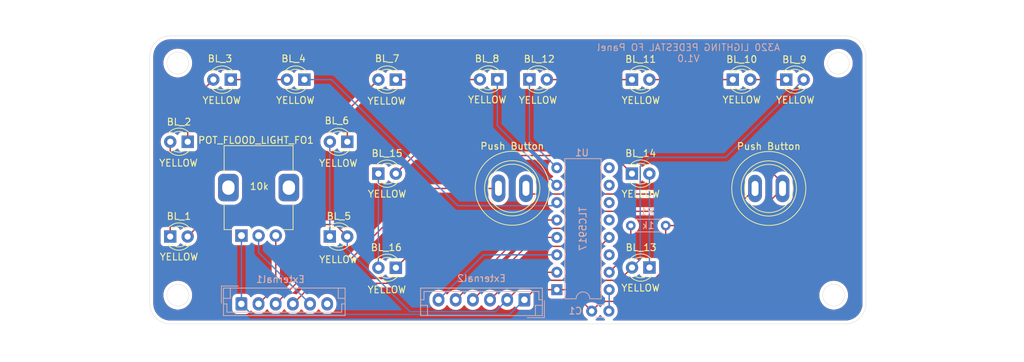
<source format=kicad_pcb>
(kicad_pcb (version 20240108) (generator "pcbnew") (generator_version "8.0")
  (title_block (title "A320 LIGHTING PEDESTAL FO Panel") (date "2024-12-08") (rev "V1.0") (company "S.K."))
  (layers (0 "F.Cu" signal) (31 "B.Cu" signal) (34 "B.Paste" user) (35 "F.Paste" user) (36 "B.SilkS" user "B.Silkscreen") (37 "F.SilkS" user "F.Silkscreen") (38 "B.Mask" user) (39 "F.Mask" user) (44 "Edge.Cuts" user))
  (net 0 "")
  (net 1 "Net-(BL_1-K)")
  (net 2 "12V_IN")
  (net 3 "Net-(BL_2-K)")
  (net 4 "Net-(BL_3-K)")
  (net 5 "Net-(BL_5-K)")
  (net 6 "Net-(BL_6-K)")
  (net 7 "Net-(BL_10-A)")
  (net 8 "BACKLIGHT_1")
  (net 9 "BACKLIGHT_2")
  (net 10 "BACKLIGHT_3")
  (net 11 "GND")
  (net 12 "5V_IN")
  (net 14 "BTN_AIDS_PRINT")
  (net 15 "BTN_DVDR_EVENT")
  (net 16 "+5V")
  (net 17 "POT_FLOOD_LIGHT_FO")
  (net 18 "OSH_CLOCK")
  (net 19 "OSH_DOUT3")
  (net 20 "OSH_LATCH")
  (net 21 "Net-(U1-R-EXT)")
  (net 27 "Net-(BL_7-K)")
  (net 28 "Net-(BL_10-K)")
  (net 29 "Net-(BL_11-K)")
  (net 30 "Net-(BL_13-K)")
  (net 31 "Net-(BL_14-K)")
  (net 32 "Net-(BL_15-K)")
  (net 33 "BACKLIGHT_4")
  (net 34 "OUT_BRT_BACK")
  (footprint "LED_THT:LED_D3.0mm" (layer "F.Cu") (at 90.9807 69.867 180)
    (property "Reference" "BL_16" (at 1.397 2.9464 0) (layer "F.SilkS"))
    (property "Value" "YELLOW" (at 1.3208 -3.2004 0) (layer "F.SilkS"))
    (fp_line (start -0.29 1.08) (end -0.29 1.236) (stroke (width 0.12)) (layer "F.SilkS"))
    (fp_line (start -0.29 -1.236) (end -0.29 -1.08) (stroke (width 0.12)) (layer "F.SilkS"))
    (fp_arc (start 2.941397 1.080061) (mid 1.365624 1.987701) (end -0.29 1.235516) (stroke (width 0.12)) (layer "F.SilkS"))
    (fp_arc (start 2.31091 1.080049) (mid 1.269965 1.5) (end 0.229039 1.08) (stroke (width 0.12)) (layer "F.SilkS"))
    (fp_arc (start 0.229039 -1.08) (mid 1.269965 -1.5) (end 2.31091 -1.080049) (stroke (width 0.12)) (layer "F.SilkS"))
    (fp_arc (start -0.29 -1.235516) (mid 1.365624 -1.987701) (end 2.941397 -1.080061) (stroke (width 0.12)) (layer "F.SilkS"))
    (pad "1" thru_hole rect (at 0 0 180) (size 1.8 1.8) (drill 0.9) (layers "*.Cu" "*.Mask") (net 33 "BACKLIGHT_4"))
    (pad "2" thru_hole circle (at 2.54 0 180) (size 1.8 1.8) (drill 0.9) (layers "*.Cu" "*.Mask") (net 32 "Net-(BL_15-K)"))
  )
  (footprint "LED_THT:LED_D3.0mm" (layer "F.Cu") (at 66.9443 42.435 180)
    (property "Reference" "BL_3" (at 1.5748 3.048 0) (layer "F.SilkS"))
    (property "Value" "YELLOW" (at 1.3208 -3.0226 0) (layer "F.SilkS"))
    (fp_line (start -0.29 1.08) (end -0.29 1.236) (stroke (width 0.12)) (layer "F.SilkS"))
    (fp_line (start -0.29 -1.236) (end -0.29 -1.08) (stroke (width 0.12)) (layer "F.SilkS"))
    (fp_arc (start 2.941397 1.080061) (mid 1.365624 1.987701) (end -0.29 1.235516) (stroke (width 0.12)) (layer "F.SilkS"))
    (fp_arc (start 2.31091 1.080049) (mid 1.269965 1.5) (end 0.229039 1.08) (stroke (width 0.12)) (layer "F.SilkS"))
    (fp_arc (start 0.229039 -1.08) (mid 1.269965 -1.5) (end 2.31091 -1.080049) (stroke (width 0.12)) (layer "F.SilkS"))
    (fp_arc (start -0.29 -1.235516) (mid 1.365624 -1.987701) (end 2.941397 -1.080061) (stroke (width 0.12)) (layer "F.SilkS"))
    (pad "1" thru_hole rect (at 0 0 180) (size 1.8 1.8) (drill 0.9) (layers "*.Cu" "*.Mask") (net 4 "Net-(BL_3-K)"))
    (pad "2" thru_hole circle (at 2.54 0 180) (size 1.8 1.8) (drill 0.9) (layers "*.Cu" "*.Mask") (net 3 "Net-(BL_2-K)"))
  )
  (footprint "LED_THT:LED_D3.0mm" (layer "F.Cu") (at 83.9115 51.5028 180)
    (property "Reference" "BL_6" (at 1.524 3.0734 0) (layer "F.SilkS"))
    (property "Value" "YELLOW" (at 1.3208 -3.1242 0) (layer "F.SilkS"))
    (fp_line (start -0.29 1.08) (end -0.29 1.236) (stroke (width 0.12)) (layer "F.SilkS"))
    (fp_line (start -0.29 -1.236) (end -0.29 -1.08) (stroke (width 0.12)) (layer "F.SilkS"))
    (fp_arc (start 2.941397 1.080061) (mid 1.365624 1.987701) (end -0.29 1.235516) (stroke (width 0.12)) (layer "F.SilkS"))
    (fp_arc (start 2.31091 1.080049) (mid 1.269965 1.5) (end 0.229039 1.08) (stroke (width 0.12)) (layer "F.SilkS"))
    (fp_arc (start 0.229039 -1.08) (mid 1.269965 -1.5) (end 2.31091 -1.080049) (stroke (width 0.12)) (layer "F.SilkS"))
    (fp_arc (start -0.29 -1.235516) (mid 1.365624 -1.987701) (end 2.941397 -1.080061) (stroke (width 0.12)) (layer "F.SilkS"))
    (pad "1" thru_hole rect (at 0 0 180) (size 1.8 1.8) (drill 0.9) (layers "*.Cu" "*.Mask") (net 6 "Net-(BL_6-K)"))
    (pad "2" thru_hole circle (at 2.54 0 180) (size 1.8 1.8) (drill 0.9) (layers "*.Cu" "*.Mask") (net 5 "Net-(BL_5-K)"))
  )
  (footprint "LED_THT:LED_D3.0mm" (layer "F.Cu") (at 140.0405 42.435)
    (property "Reference" "BL_10" (at 1.2954 -2.9464 0) (layer "F.SilkS"))
    (property "Value" "YELLOW" (at 1.2954 2.9464 0) (layer "F.SilkS"))
    (fp_line (start -0.29 -1.236) (end -0.29 -1.08) (stroke (width 0.12)) (layer "F.SilkS"))
    (fp_line (start -0.29 1.08) (end -0.29 1.236) (stroke (width 0.12)) (layer "F.SilkS"))
    (fp_arc (start -0.29 -1.235516) (mid 1.365624 -1.987701) (end 2.941397 -1.080061) (stroke (width 0.12)) (layer "F.SilkS"))
    (fp_arc (start 0.229039 -1.08) (mid 1.269965 -1.5) (end 2.31091 -1.080049) (stroke (width 0.12)) (layer "F.SilkS"))
    (fp_arc (start 2.31091 1.080049) (mid 1.269965 1.5) (end 0.229039 1.08) (stroke (width 0.12)) (layer "F.SilkS"))
    (fp_arc (start 2.941397 1.080061) (mid 1.365624 1.987701) (end -0.29 1.235516) (stroke (width 0.12)) (layer "F.SilkS"))
    (pad "1" thru_hole rect (at 0 0) (size 1.8 1.8) (drill 0.9) (layers "*.Cu" "*.Mask") (net 28 "Net-(BL_10-K)"))
    (pad "2" thru_hole circle (at 2.54 0) (size 1.8 1.8) (drill 0.9) (layers "*.Cu" "*.Mask") (net 7 "Net-(BL_10-A)"))
  )
  (footprint "LED_THT:LED_D3.0mm" (layer "F.Cu") (at 88.4307 56.151)
    (property "Reference" "BL_15" (at 1.27 -2.96 0) (layer "F.SilkS"))
    (property "Value" "YELLOW" (at 1.27 2.96 0) (layer "F.SilkS"))
    (fp_line (start -0.29 -1.236) (end -0.29 -1.08) (stroke (width 0.12)) (layer "F.SilkS"))
    (fp_line (start -0.29 1.08) (end -0.29 1.236) (stroke (width 0.12)) (layer "F.SilkS"))
    (fp_arc (start -0.29 -1.235516) (mid 1.365624 -1.987701) (end 2.941397 -1.080061) (stroke (width 0.12)) (layer "F.SilkS"))
    (fp_arc (start 0.229039 -1.08) (mid 1.269965 -1.5) (end 2.31091 -1.080049) (stroke (width 0.12)) (layer "F.SilkS"))
    (fp_arc (start 2.31091 1.080049) (mid 1.269965 1.5) (end 0.229039 1.08) (stroke (width 0.12)) (layer "F.SilkS"))
    (fp_arc (start 2.941397 1.080061) (mid 1.365624 1.987701) (end -0.29 1.235516) (stroke (width 0.12)) (layer "F.SilkS"))
    (pad "1" thru_hole rect (at 0 0) (size 1.8 1.8) (drill 0.9) (layers "*.Cu" "*.Mask") (net 32 "Net-(BL_15-K)"))
    (pad "2" thru_hole circle (at 2.54 0) (size 1.8 1.8) (drill 0.9) (layers "*.Cu" "*.Mask") (net 31 "Net-(BL_14-K)"))
  )
  (footprint "LED_THT:LED_D3.0mm" (layer "F.Cu") (at 81.3615 65.3204)
    (property "Reference" "BL_5" (at 1.3208 -2.9718 0) (layer "F.SilkS"))
    (property "Value" "YELLOW" (at 1.2446 3.3528 0) (layer "F.SilkS"))
    (fp_line (start -0.29 -1.236) (end -0.29 -1.08) (stroke (width 0.12)) (layer "F.SilkS"))
    (fp_line (start -0.29 1.08) (end -0.29 1.236) (stroke (width 0.12)) (layer "F.SilkS"))
    (fp_arc (start -0.29 -1.235516) (mid 1.365624 -1.987701) (end 2.941397 -1.080061) (stroke (width 0.12)) (layer "F.SilkS"))
    (fp_arc (start 0.229039 -1.08) (mid 1.269965 -1.5) (end 2.31091 -1.080049) (stroke (width 0.12)) (layer "F.SilkS"))
    (fp_arc (start 2.31091 1.080049) (mid 1.269965 1.5) (end 0.229039 1.08) (stroke (width 0.12)) (layer "F.SilkS"))
    (fp_arc (start 2.941397 1.080061) (mid 1.365624 1.987701) (end -0.29 1.235516) (stroke (width 0.12)) (layer "F.SilkS"))
    (pad "1" thru_hole rect (at 0 0) (size 1.8 1.8) (drill 0.9) (layers "*.Cu" "*.Mask") (net 5 "Net-(BL_5-K)"))
    (pad "2" thru_hole circle (at 2.54 0) (size 1.8 1.8) (drill 0.9) (layers "*.Cu" "*.Mask") (net 2 "12V_IN"))
  )
  (footprint "LED_THT:LED_D3.0mm" (layer "F.Cu") (at 105.7555 42.4096 180)
    (property "Reference" "BL_8" (at 1.4979 3.0226 0) (layer "F.SilkS"))
    (property "Value" "YELLOW" (at 1.4732 -2.96 0) (layer "F.SilkS"))
    (fp_line (start -0.29 1.08) (end -0.29 1.236) (stroke (width 0.12)) (layer "F.SilkS"))
    (fp_line (start -0.29 -1.236) (end -0.29 -1.08) (stroke (width 0.12)) (layer "F.SilkS"))
    (fp_arc (start 2.941397 1.080061) (mid 1.365624 1.987701) (end -0.29 1.235516) (stroke (width 0.12)) (layer "F.SilkS"))
    (fp_arc (start 2.31091 1.080049) (mid 1.269965 1.5) (end 0.229039 1.08) (stroke (width 0.12)) (layer "F.SilkS"))
    (fp_arc (start 0.229039 -1.08) (mid 1.269965 -1.5) (end 2.31091 -1.080049) (stroke (width 0.12)) (layer "F.SilkS"))
    (fp_arc (start -0.29 -1.235516) (mid 1.365624 -1.987701) (end 2.941397 -1.080061) (stroke (width 0.12)) (layer "F.SilkS"))
    (pad "1" thru_hole rect (at 0 0 180) (size 1.8 1.8) (drill 0.9) (layers "*.Cu" "*.Mask") (net 9 "BACKLIGHT_2"))
    (pad "2" thru_hole circle (at 2.54 0 180) (size 1.8 1.8) (drill 0.9) (layers "*.Cu" "*.Mask") (net 27 "Net-(BL_7-K)"))
  )
  (footprint "LED_THT:LED_D3.0mm" (layer "F.Cu") (at 110.4291 42.4096)
    (property "Reference" "BL_12" (at 1.4224 -2.9718 0) (layer "F.SilkS"))
    (property "Value" "YELLOW" (at 1.2446 3.0226 0) (layer "F.SilkS"))
    (fp_line (start -0.29 -1.236) (end -0.29 -1.08) (stroke (width 0.12)) (layer "F.SilkS"))
    (fp_line (start -0.29 1.08) (end -0.29 1.236) (stroke (width 0.12)) (layer "F.SilkS"))
    (fp_arc (start -0.29 -1.235516) (mid 1.365624 -1.987701) (end 2.941397 -1.080061) (stroke (width 0.12)) (layer "F.SilkS"))
    (fp_arc (start 0.229039 -1.08) (mid 1.269965 -1.5) (end 2.31091 -1.080049) (stroke (width 0.12)) (layer "F.SilkS"))
    (fp_arc (start 2.31091 1.080049) (mid 1.269965 1.5) (end 0.229039 1.08) (stroke (width 0.12)) (layer "F.SilkS"))
    (fp_arc (start 2.941397 1.080061) (mid 1.365624 1.987701) (end -0.29 1.235516) (stroke (width 0.12)) (layer "F.SilkS"))
    (pad "1" thru_hole rect (at 0 0) (size 1.8 1.8) (drill 0.9) (layers "*.Cu" "*.Mask") (net 10 "BACKLIGHT_3"))
    (pad "2" thru_hole circle (at 2.54 0) (size 1.8 1.8) (drill 0.9) (layers "*.Cu" "*.Mask") (net 29 "Net-(BL_11-K)"))
  )
  (footprint "LED_THT:LED_D3.0mm" (layer "F.Cu") (at 125.3549 56.151)
    (property "Reference" "BL_14" (at 1.27 -2.96 0) (layer "F.SilkS"))
    (property "Value" "YELLOW" (at 1.27 2.96 0) (layer "F.SilkS"))
    (fp_line (start -0.29 -1.236) (end -0.29 -1.08) (stroke (width 0.12)) (layer "F.SilkS"))
    (fp_line (start -0.29 1.08) (end -0.29 1.236) (stroke (width 0.12)) (layer "F.SilkS"))
    (fp_arc (start -0.29 -1.235516) (mid 1.365624 -1.987701) (end 2.941397 -1.080061) (stroke (width 0.12)) (layer "F.SilkS"))
    (fp_arc (start 0.229039 -1.08) (mid 1.269965 -1.5) (end 2.31091 -1.080049) (stroke (width 0.12)) (layer "F.SilkS"))
    (fp_arc (start 2.31091 1.080049) (mid 1.269965 1.5) (end 0.229039 1.08) (stroke (width 0.12)) (layer "F.SilkS"))
    (fp_arc (start 2.941397 1.080061) (mid 1.365624 1.987701) (end -0.29 1.235516) (stroke (width 0.12)) (layer "F.SilkS"))
    (pad "1" thru_hole rect (at 0 0) (size 1.8 1.8) (drill 0.9) (layers "*.Cu" "*.Mask") (net 31 "Net-(BL_14-K)"))
    (pad "2" thru_hole circle (at 2.54 0) (size 1.8 1.8) (drill 0.9) (layers "*.Cu" "*.Mask") (net 30 "Net-(BL_13-K)"))
  )
  (footprint "LED_THT:LED_D3.0mm" (layer "F.Cu") (at 60.6705 51.5028 180)
    (property "Reference" "BL_2" (at 1.27 2.8956 0) (layer "F.SilkS"))
    (property "Value" "YELLOW" (at 1.3462 -3.0872 0) (layer "F.SilkS"))
    (fp_line (start -0.29 1.08) (end -0.29 1.236) (stroke (width 0.12)) (layer "F.SilkS"))
    (fp_line (start -0.29 -1.236) (end -0.29 -1.08) (stroke (width 0.12)) (layer "F.SilkS"))
    (fp_arc (start 2.941397 1.080061) (mid 1.365624 1.987701) (end -0.29 1.235516) (stroke (width 0.12)) (layer "F.SilkS"))
    (fp_arc (start 2.31091 1.080049) (mid 1.269965 1.5) (end 0.229039 1.08) (stroke (width 0.12)) (layer "F.SilkS"))
    (fp_arc (start 0.229039 -1.08) (mid 1.269965 -1.5) (end 2.31091 -1.080049) (stroke (width 0.12)) (layer "F.SilkS"))
    (fp_arc (start -0.29 -1.235516) (mid 1.365624 -1.987701) (end 2.941397 -1.080061) (stroke (width 0.12)) (layer "F.SilkS"))
    (pad "1" thru_hole rect (at 0 0 180) (size 1.8 1.8) (drill 0.9) (layers "*.Cu" "*.Mask") (net 3 "Net-(BL_2-K)"))
    (pad "2" thru_hole circle (at 2.54 0 180) (size 1.8 1.8) (drill 0.9) (layers "*.Cu" "*.Mask") (net 1 "Net-(BL_1-K)"))
  )
  (footprint "LED_THT:LED_D3.0mm" (layer "F.Cu") (at 58.1205 65.3204)
    (property "Reference" "BL_1" (at 1.27 -2.96 0) (layer "F.SilkS"))
    (property "Value" "YELLOW" (at 1.28 2.96 0) (layer "F.SilkS"))
    (fp_line (start -0.29 -1.236) (end -0.29 -1.08) (stroke (width 0.12)) (layer "F.SilkS"))
    (fp_line (start -0.29 1.08) (end -0.29 1.236) (stroke (width 0.12)) (layer "F.SilkS"))
    (fp_arc (start -0.29 -1.235516) (mid 1.365624 -1.987701) (end 2.941397 -1.080061) (stroke (width 0.12)) (layer "F.SilkS"))
    (fp_arc (start 0.229039 -1.08) (mid 1.269965 -1.5) (end 2.31091 -1.080049) (stroke (width 0.12)) (layer "F.SilkS"))
    (fp_arc (start 2.31091 1.080049) (mid 1.269965 1.5) (end 0.229039 1.08) (stroke (width 0.12)) (layer "F.SilkS"))
    (fp_arc (start 2.941397 1.080061) (mid 1.365624 1.987701) (end -0.29 1.235516) (stroke (width 0.12)) (layer "F.SilkS"))
    (pad "1" thru_hole rect (at 0 0) (size 1.8 1.8) (drill 0.9) (layers "*.Cu" "*.Mask") (net 1 "Net-(BL_1-K)"))
    (pad "2" thru_hole circle (at 2.54 0) (size 1.8 1.8) (drill 0.9) (layers "*.Cu" "*.Mask") (net 2 "12V_IN"))
  )
  (footprint "My:SW-Push" (layer "F.Cu") (at 145.2779 58.31)
    (property "Reference" "BTN_DFDR_EVENT1" (hide yes))
    (property "Value" "Push Button" (at 0 -6.1468 0) (layer "F.SilkS"))
    (fp_circle (center 0 0) (end -3.2258 -4.318) (stroke (width 0.12)) (fill none) (layer "F.SilkS"))
    (fp_circle (center 0 0) (end -3.175 -1.4986) (stroke (width 0.12)) (fill none) (layer "F.SilkS"))
    (fp_circle (center 0 0) (end -2.54 -3.1242) (stroke (width 0.12)) (fill none) (layer "F.SilkS"))
    (pad "1" thru_hole oval (at -2 0 180) (size 2 4) (drill oval 1 2.2) (layers "*.Cu" "*.Mask") (net 15 "BTN_DVDR_EVENT") (thermal_bridge_width 1) (thermal_gap 1))
    (pad "2" thru_hole oval (at 2 0) (size 2 4) (drill oval 1 2.2) (layers "*.Cu" "*.Mask") (net 11 "GND") (thermal_bridge_width 1) (thermal_gap 1))
  )
  (footprint "Potentiometer_THT:Potentiometer_Alps_RK09K_Single_Vertical" (layer "F.Cu") (at 68.4956 65.185 90)
    (property "Reference" "POT_FLOOD_LIGHT_FO1" (at 13.914527 2.120369 180) (layer "F.SilkS"))
    (property "Value" "10k" (at 7.183527 2.602969 180) (layer "F.SilkS"))
    (fp_line (start 13.12 -2.521) (end 13.12 7.52) (stroke (width 0.12)) (layer "F.SilkS"))
    (fp_line (start 9.184 -2.521) (end 13.12 -2.521) (stroke (width 0.12)) (layer "F.SilkS"))
    (fp_line (start 0.88 -2.521) (end 4.817 -2.521) (stroke (width 0.12)) (layer "F.SilkS"))
    (fp_line (start 0.88 -2.521) (end 0.88 -1.2) (stroke (width 0.12)) (layer "F.SilkS"))
    (fp_line (start 0.88 1.25) (end 0.88 1.63) (stroke (width 0.12)) (layer "F.SilkS"))
    (fp_line (start 0.88 3.371) (end 0.88 4.13) (stroke (width 0.12)) (layer "F.SilkS"))
    (fp_line (start 0.88 5.87) (end 0.88 7.52) (stroke (width 0.12)) (layer "F.SilkS"))
    (fp_line (start 9.184 7.52) (end 13.12 7.52) (stroke (width 0.12)) (layer "F.SilkS"))
    (fp_line (start 0.88 7.52) (end 4.817 7.52) (stroke (width 0.12)) (layer "F.SilkS"))
    (pad "1" thru_hole rect (at 0 0 90) (size 1.8 1.8) (drill 1) (layers "*.Cu" "*.Mask") (net 11 "GND"))
    (pad "2" thru_hole circle (at 0 2.5 90) (size 1.8 1.8) (drill 1) (layers "*.Cu" "*.Mask") (net 17 "POT_FLOOD_LIGHT_FO"))
    (pad "3" thru_hole circle (at 0 5 90) (size 1.8 1.8) (drill 1) (layers "*.Cu" "*.Mask") (net 16 "+5V"))
    (pad "MP" thru_hole roundrect (at 7 -1.9 90) (size 4 3) (drill oval 2.1 1.8) (layers "*.Cu" "*.Mask"))
    (pad "MP" thru_hole roundrect (at 7 6.9 90) (size 4 3) (drill oval 2.1 1.8) (layers "*.Cu" "*.Mask"))
  )
  (footprint "My:SW-Push" (layer "F.Cu") (at 107.9211 58.2846)
    (property "Reference" "BTN_AIDS_PRINT1" (hide yes))
    (property "Value" "Push Button" (at 0 -6.1468 0) (layer "F.SilkS"))
    (fp_circle (center 0 0) (end -3.2258 -4.318) (stroke (width 0.12)) (fill none) (layer "F.SilkS"))
    (fp_circle (center 0 0) (end -3.175 -1.4986) (stroke (width 0.12)) (fill none) (layer "F.SilkS"))
    (fp_circle (center 0 0) (end -2.54 -3.1242) (stroke (width 0.12)) (fill none) (layer "F.SilkS"))
    (pad "1" thru_hole oval (at -2 0 180) (size 2 4) (drill oval 1 2.2) (layers "*.Cu" "*.Mask") (net 14 "BTN_AIDS_PRINT") (thermal_bridge_width 1) (thermal_gap 1))
    (pad "2" thru_hole oval (at 2 0) (size 2 4) (drill oval 1 2.2) (layers "*.Cu" "*.Mask") (net 11 "GND") (thermal_bridge_width 1) (thermal_gap 1))
  )
  (footprint "LED_THT:LED_D3.0mm" (layer "F.Cu") (at 127.9043 69.8416 180)
    (property "Reference" "BL_13" (at 1.2192 2.921 0) (layer "F.SilkS"))
    (property "Value" "YELLOW" (at 1.2954 -2.9718 0) (layer "F.SilkS"))
    (fp_line (start -0.29 1.08) (end -0.29 1.236) (stroke (width 0.12)) (layer "F.SilkS"))
    (fp_line (start -0.29 -1.236) (end -0.29 -1.08) (stroke (width 0.12)) (layer "F.SilkS"))
    (fp_arc (start 2.941397 1.080061) (mid 1.365624 1.987701) (end -0.29 1.235516) (stroke (width 0.12)) (layer "F.SilkS"))
    (fp_arc (start 2.31091 1.080049) (mid 1.269965 1.5) (end 0.229039 1.08) (stroke (width 0.12)) (layer "F.SilkS"))
    (fp_arc (start 0.229039 -1.08) (mid 1.269965 -1.5) (end 2.31091 -1.080049) (stroke (width 0.12)) (layer "F.SilkS"))
    (fp_arc (start -0.29 -1.235516) (mid 1.365624 -1.987701) (end 2.941397 -1.080061) (stroke (width 0.12)) (layer "F.SilkS"))
    (pad "1" thru_hole rect (at 0 0 180) (size 1.8 1.8) (drill 0.9) (layers "*.Cu" "*.Mask") (net 30 "Net-(BL_13-K)"))
    (pad "2" thru_hole circle (at 2.54 0 180) (size 1.8 1.8) (drill 0.9) (layers "*.Cu" "*.Mask") (net 2 "12V_IN"))
  )
  (footprint "LED_THT:LED_D3.0mm" (layer "F.Cu") (at 90.9807 42.435 180)
    (property "Reference" "BL_7" (at 1.27 3.0734 0) (layer "F.SilkS"))
    (property "Value" "YELLOW" (at 1.3462 -3.1242 0) (layer "F.SilkS"))
    (fp_line (start -0.29 1.08) (end -0.29 1.236) (stroke (width 0.12)) (layer "F.SilkS"))
    (fp_line (start -0.29 -1.236) (end -0.29 -1.08) (stroke (width 0.12)) (layer "F.SilkS"))
    (fp_arc (start 2.941397 1.080061) (mid 1.365624 1.987701) (end -0.29 1.235516) (stroke (width 0.12)) (layer "F.SilkS"))
    (fp_arc (start 2.31091 1.080049) (mid 1.269965 1.5) (end 0.229039 1.08) (stroke (width 0.12)) (layer "F.SilkS"))
    (fp_arc (start 0.229039 -1.08) (mid 1.269965 -1.5) (end 2.31091 -1.080049) (stroke (width 0.12)) (layer "F.SilkS"))
    (fp_arc (start -0.29 -1.235516) (mid 1.365624 -1.987701) (end 2.941397 -1.080061) (stroke (width 0.12)) (layer "F.SilkS"))
    (pad "1" thru_hole rect (at 0 0 180) (size 1.8 1.8) (drill 0.9) (layers "*.Cu" "*.Mask") (net 27 "Net-(BL_7-K)"))
    (pad "2" thru_hole circle (at 2.54 0 180) (size 1.8 1.8) (drill 0.9) (layers "*.Cu" "*.Mask") (net 6 "Net-(BL_6-K)"))
  )
  (footprint "LED_THT:LED_D3.0mm" (layer "F.Cu") (at 125.3549 42.435)
    (property "Reference" "BL_11" (at 1.27 -2.9718 0) (layer "F.SilkS"))
    (property "Value" "YELLOW" (at 1.2954 3.0226 0) (layer "F.SilkS"))
    (fp_line (start -0.29 -1.236) (end -0.29 -1.08) (stroke (width 0.12)) (layer "F.SilkS"))
    (fp_line (start -0.29 1.08) (end -0.29 1.236) (stroke (width 0.12)) (layer "F.SilkS"))
    (fp_arc (start -0.29 -1.235516) (mid 1.365624 -1.987701) (end 2.941397 -1.080061) (stroke (width 0.12)) (layer "F.SilkS"))
    (fp_arc (start 0.229039 -1.08) (mid 1.269965 -1.5) (end 2.31091 -1.080049) (stroke (width 0.12)) (layer "F.SilkS"))
    (fp_arc (start 2.31091 1.080049) (mid 1.269965 1.5) (end 0.229039 1.08) (stroke (width 0.12)) (layer "F.SilkS"))
    (fp_arc (start 2.941397 1.080061) (mid 1.365624 1.987701) (end -0.29 1.235516) (stroke (width 0.12)) (layer "F.SilkS"))
    (pad "1" thru_hole rect (at 0 0) (size 1.8 1.8) (drill 0.9) (layers "*.Cu" "*.Mask") (net 29 "Net-(BL_11-K)"))
    (pad "2" thru_hole circle (at 2.54 0) (size 1.8 1.8) (drill 0.9) (layers "*.Cu" "*.Mask") (net 28 "Net-(BL_10-K)"))
  )
  (footprint "LED_THT:LED_D3.0mm" (layer "F.Cu") (at 77.6631 42.435 180)
    (property "Reference" "BL_4" (at 1.5748 3.048 0) (layer "F.SilkS"))
    (property "Value" "YELLOW" (at 1.3208 -3.0226 0) (layer "F.SilkS"))
    (fp_line (start -0.29 1.08) (end -0.29 1.236) (stroke (width 0.12)) (layer "F.SilkS"))
    (fp_line (start -0.29 -1.236) (end -0.29 -1.08) (stroke (width 0.12)) (layer "F.SilkS"))
    (fp_arc (start 2.941397 1.080061) (mid 1.365624 1.987701) (end -0.29 1.235516) (stroke (width 0.12)) (layer "F.SilkS"))
    (fp_arc (start 2.31091 1.080049) (mid 1.269965 1.5) (end 0.229039 1.08) (stroke (width 0.12)) (layer "F.SilkS"))
    (fp_arc (start 0.229039 -1.08) (mid 1.269965 -1.5) (end 2.31091 -1.080049) (stroke (width 0.12)) (layer "F.SilkS"))
    (fp_arc (start -0.29 -1.235516) (mid 1.365624 -1.987701) (end 2.941397 -1.080061) (stroke (width 0.12)) (layer "F.SilkS"))
    (pad "1" thru_hole rect (at 0 0 180) (size 1.8 1.8) (drill 0.9) (layers "*.Cu" "*.Mask") (net 8 "BACKLIGHT_1"))
    (pad "2" thru_hole circle (at 2.54 0 180) (size 1.8 1.8) (drill 0.9) (layers "*.Cu" "*.Mask") (net 4 "Net-(BL_3-K)"))
  )
  (footprint "LED_THT:LED_D3.0mm" (layer "F.Cu") (at 147.8129 42.435)
    (property "Reference" "BL_9" (at 1.1938 -2.921 0) (layer "F.SilkS"))
    (property "Value" "YELLOW" (at 1.3208 2.9718 0) (layer "F.SilkS"))
    (fp_line (start -0.29 -1.236) (end -0.29 -1.08) (stroke (width 0.12)) (layer "F.SilkS"))
    (fp_line (start -0.29 1.08) (end -0.29 1.236) (stroke (width 0.12)) (layer "F.SilkS"))
    (fp_arc (start -0.29 -1.235516) (mid 1.365624 -1.987701) (end 2.941397 -1.080061) (stroke (width 0.12)) (layer "F.SilkS"))
    (fp_arc (start 0.229039 -1.08) (mid 1.269965 -1.5) (end 2.31091 -1.080049) (stroke (width 0.12)) (layer "F.SilkS"))
    (fp_arc (start 2.31091 1.080049) (mid 1.269965 1.5) (end 0.229039 1.08) (stroke (width 0.12)) (layer "F.SilkS"))
    (fp_arc (start 2.941397 1.080061) (mid 1.365624 1.987701) (end -0.29 1.235516) (stroke (width 0.12)) (layer "F.SilkS"))
    (pad "1" thru_hole rect (at 0 0) (size 1.8 1.8) (drill 0.9) (layers "*.Cu" "*.Mask") (net 7 "Net-(BL_10-A)"))
    (pad "2" thru_hole circle (at 2.54 0) (size 1.8 1.8) (drill 0.9) (layers "*.Cu" "*.Mask") (net 2 "12V_IN"))
  )
  (footprint "Resistor_THT:R_Axial_DIN0204_L3.6mm_D1.6mm_P5.08mm_Horizontal" (layer "B.Cu") (at 125.1865 63.7202)
    (property "Reference" "R1" (at 2.3622 -2.032 0) (layer "B.SilkS") (effects (justify mirror)))
    (property "Value" "1k" (at 2.54 -0.0254 0) (layer "B.SilkS") (effects (justify mirror)))
    (fp_line (start 4.46 -0.92) (end 0.62 -0.92) (stroke (width 0.12)) (layer "B.SilkS"))
    (fp_line (start 4.46 0.92) (end 0.62 0.92) (stroke (width 0.12)) (layer "B.SilkS"))
    (pad "1" thru_hole circle (at 0 0) (size 1.4 1.4) (drill 0.7) (layers "*.Cu" "*.Mask") (net 21 "Net-(U1-R-EXT)"))
    (pad "2" thru_hole oval (at 5.08 0) (size 1.4 1.4) (drill 0.7) (layers "*.Cu" "*.Mask") (net 11 "GND"))
  )
  (footprint "Connector_JST:JST_EH_B6B-EH-A_1x06_P2.50mm_Vertical" (layer "B.Cu") (at 68.4829 75.1406)
    (property "Reference" "External1" (at 5.675 -3.5814 0) (layer "B.SilkS") (effects (justify mirror)))
    (property "Value" "Pin Header 1x06" (hide yes))
    (fp_line (start -2.91 -2.61) (end -2.91 -0.11) (stroke (width 0.12)) (layer "B.SilkS"))
    (fp_line (start -2.61 -2.31) (end -2.61 1.71) (stroke (width 0.12)) (layer "B.SilkS"))
    (fp_line (start -2.61 1.71) (end 15.11 1.71) (stroke (width 0.12)) (layer "B.SilkS"))
    (fp_line (start -2.11 0) (end -2.61 0) (stroke (width 0.12)) (layer "B.SilkS"))
    (fp_line (start -2.11 1.21) (end -2.11 0) (stroke (width 0.12)) (layer "B.SilkS"))
    (fp_line (start -1.61 -2.31) (end -1.61 -0.81) (stroke (width 0.12)) (layer "B.SilkS"))
    (fp_line (start -1.61 -0.81) (end -2.61 -0.81) (stroke (width 0.12)) (layer "B.SilkS"))
    (fp_line (start -0.41 -2.61) (end -2.91 -2.61) (stroke (width 0.12)) (layer "B.SilkS"))
    (fp_line (start 14.11 -2.31) (end 14.11 -0.81) (stroke (width 0.12)) (layer "B.SilkS"))
    (fp_line (start 14.11 -0.81) (end 15.11 -0.81) (stroke (width 0.12)) (layer "B.SilkS"))
    (fp_line (start 14.61 0) (end 14.61 1.21) (stroke (width 0.12)) (layer "B.SilkS"))
    (fp_line (start 14.61 1.21) (end -2.11 1.21) (stroke (width 0.12)) (layer "B.SilkS"))
    (fp_line (start 15.11 -2.31) (end -2.61 -2.31) (stroke (width 0.12)) (layer "B.SilkS"))
    (fp_line (start 15.11 0) (end 14.61 0) (stroke (width 0.12)) (layer "B.SilkS"))
    (fp_line (start 15.11 1.71) (end 15.11 -2.31) (stroke (width 0.12)) (layer "B.SilkS"))
    (pad "1" thru_hole roundrect (at 0 0) (size 1.7 1.95) (drill 0.95) (layers "*.Cu" "*.Mask") (roundrect_rratio 0.147059) (net 11 "GND"))
    (pad "2" thru_hole oval (at 2.5 0) (size 1.7 1.95) (drill 0.95) (layers "*.Cu" "*.Mask") (net 16 "+5V"))
    (pad "3" thru_hole oval (at 5 0) (size 1.7 1.95) (drill 0.95) (layers "*.Cu" "*.Mask") (net 14 "BTN_AIDS_PRINT"))
    (pad "4" thru_hole oval (at 7.5 0) (size 1.7 1.95) (drill 0.95) (layers "*.Cu" "*.Mask") (net 15 "BTN_DVDR_EVENT"))
    (pad "5" thru_hole oval (at 10 0) (size 1.7 1.95) (drill 0.95) (layers "*.Cu" "*.Mask") (net 17 "POT_FLOOD_LIGHT_FO"))
    (pad "6" thru_hole oval (at 12.5 0) (size 1.7 1.95) (drill 0.95) (layers "*.Cu" "*.Mask"))
  )
  (footprint "Connector_JST:JST_EH_B6B-EH-A_1x06_P2.50mm_Vertical" (layer "B.Cu") (at 109.6925 74.5406 180)
    (property "Reference" "External2" (at 6.25 3.1242 0) (layer "B.SilkS") (effects (justify mirror)))
    (property "Value" "Pin Header 1x06" (hide yes))
    (fp_line (start 15.11 1.71) (end 15.11 -2.31) (stroke (width 0.12)) (layer "B.SilkS"))
    (fp_line (start 15.11 0) (end 14.61 0) (stroke (width 0.12)) (layer "B.SilkS"))
    (fp_line (start 15.11 -2.31) (end -2.61 -2.31) (stroke (width 0.12)) (layer "B.SilkS"))
    (fp_line (start 14.61 1.21) (end -2.11 1.21) (stroke (width 0.12)) (layer "B.SilkS"))
    (fp_line (start 14.61 0) (end 14.61 1.21) (stroke (width 0.12)) (layer "B.SilkS"))
    (fp_line (start 14.11 -0.81) (end 15.11 -0.81) (stroke (width 0.12)) (layer "B.SilkS"))
    (fp_line (start 14.11 -2.31) (end 14.11 -0.81) (stroke (width 0.12)) (layer "B.SilkS"))
    (fp_line (start -0.41 -2.61) (end -2.91 -2.61) (stroke (width 0.12)) (layer "B.SilkS"))
    (fp_line (start -1.61 -0.81) (end -2.61 -0.81) (stroke (width 0.12)) (layer "B.SilkS"))
    (fp_line (start -1.61 -2.31) (end -1.61 -0.81) (stroke (width 0.12)) (layer "B.SilkS"))
    (fp_line (start -2.11 1.21) (end -2.11 0) (stroke (width 0.12)) (layer "B.SilkS"))
    (fp_line (start -2.11 0) (end -2.61 0) (stroke (width 0.12)) (layer "B.SilkS"))
    (fp_line (start -2.61 1.71) (end 15.11 1.71) (stroke (width 0.12)) (layer "B.SilkS"))
    (fp_line (start -2.61 -2.31) (end -2.61 1.71) (stroke (width 0.12)) (layer "B.SilkS"))
    (fp_line (start -2.91 -2.61) (end -2.91 -0.11) (stroke (width 0.12)) (layer "B.SilkS"))
    (pad "1" thru_hole roundrect (at 0 0 180) (size 1.7 1.95) (drill 0.95) (layers "*.Cu" "*.Mask") (roundrect_rratio 0.147059) (net 11 "GND"))
    (pad "2" thru_hole oval (at 2.5 0 180) (size 1.7 1.95) (drill 0.95) (layers "*.Cu" "*.Mask") (net 2 "12V_IN"))
    (pad "3" thru_hole oval (at 5 0 180) (size 1.7 1.95) (drill 0.95) (layers "*.Cu" "*.Mask") (net 19 "OSH_DOUT3"))
    (pad "4" thru_hole oval (at 7.5 0 180) (size 1.7 1.95) (drill 0.95) (layers "*.Cu" "*.Mask") (net 34 "OUT_BRT_BACK"))
    (pad "5" thru_hole oval (at 10 0 180) (size 1.7 1.95) (drill 0.95) (layers "*.Cu" "*.Mask") (net 20 "OSH_LATCH"))
    (pad "6" thru_hole oval (at 12.5 0 180) (size 1.7 1.95) (drill 0.95) (layers "*.Cu" "*.Mask") (net 18 "OSH_CLOCK"))
  )
  (footprint "Package_DIP:DIP-16_W7.62mm" (layer "B.Cu") (at 114.4169 73.0674)
    (property "Reference" "U1" (at 3.6576 -19.9644 0) (layer "B.SilkS") (effects (justify mirror)))
    (property "Value" "TLC5917" (at 3.8 -8.875 90) (layer "B.SilkS") (effects (justify mirror)))
    (fp_line (start 1.16 -19.11) (end 1.16 1.33) (stroke (width 0.12)) (layer "B.SilkS"))
    (fp_line (start 1.16 1.33) (end 2.81 1.33) (stroke (width 0.12)) (layer "B.SilkS"))
    (fp_line (start 4.81 1.33) (end 6.46 1.33) (stroke (width 0.12)) (layer "B.SilkS"))
    (fp_line (start 6.46 -19.11) (end 1.16 -19.11) (stroke (width 0.12)) (layer "B.SilkS"))
    (fp_line (start 6.46 1.33) (end 6.46 -19.11) (stroke (width 0.12)) (layer "B.SilkS"))
    (fp_arc (start 2.81 1.33) (mid 3.81 0.33) (end 4.81 1.33) (stroke (width 0.12)) (layer "B.SilkS"))
    (pad "1" thru_hole rect (at 0 0) (size 1.6 1.6) (drill 0.8) (layers "*.Cu" "*.Mask") (net 11 "GND"))
    (pad "2" thru_hole oval (at 0 -2.54) (size 1.6 1.6) (drill 0.8) (layers "*.Cu" "*.Mask") (net 19 "OSH_DOUT3"))
    (pad "3" thru_hole oval (at 0 -5.08) (size 1.6 1.6) (drill 0.8) (layers "*.Cu" "*.Mask") (net 18 "OSH_CLOCK"))
    (pad "4" thru_hole oval (at 0 -7.62) (size 1.6 1.6) (drill 0.8) (layers "*.Cu" "*.Mask") (net 20 "OSH_LATCH"))
    (pad "5" thru_hole oval (at 0 -10.16) (size 1.6 1.6) (drill 0.8) (layers "*.Cu" "*.Mask") (net 33 "BACKLIGHT_4"))
    (pad "6" thru_hole oval (at 0 -12.7) (size 1.6 1.6) (drill 0.8) (layers "*.Cu" "*.Mask") (net 8 "BACKLIGHT_1"))
    (pad "7" thru_hole oval (at 0 -15.24) (size 1.6 1.6) (drill 0.8) (layers "*.Cu" "*.Mask") (net 9 "BACKLIGHT_2"))
    (pad "8" thru_hole oval (at 0 -17.78) (size 1.6 1.6) (drill 0.8) (layers "*.Cu" "*.Mask") (net 10 "BACKLIGHT_3"))
    (pad "9" thru_hole oval (at 7.62 -17.78) (size 1.6 1.6) (drill 0.8) (layers "*.Cu" "*.Mask"))
    (pad "10" thru_hole oval (at 7.62 -15.24) (size 1.6 1.6) (drill 0.8) (layers "*.Cu" "*.Mask"))
    (pad "11" thru_hole oval (at 7.62 -12.7) (size 1.6 1.6) (drill 0.8) (layers "*.Cu" "*.Mask"))
    (pad "12" thru_hole oval (at 7.62 -10.16) (size 1.6 1.6) (drill 0.8) (layers "*.Cu" "*.Mask"))
    (pad "13" thru_hole oval (at 7.62 -7.62) (size 1.6 1.6) (drill 0.8) (layers "*.Cu" "*.Mask") (net 34 "OUT_BRT_BACK"))
    (pad "14" thru_hole oval (at 7.62 -5.08) (size 1.6 1.6) (drill 0.8) (layers "*.Cu" "*.Mask"))
    (pad "15" thru_hole oval (at 7.62 -2.54) (size 1.6 1.6) (drill 0.8) (layers "*.Cu" "*.Mask") (net 21 "Net-(U1-R-EXT)"))
    (pad "16" thru_hole oval (at 7.62 0) (size 1.6 1.6) (drill 0.8) (layers "*.Cu" "*.Mask") (net 12 "5V_IN"))
  )
  (footprint "Capacitor_THT:C_Disc_D3.0mm_W1.6mm_P2.50mm" (layer "B.Cu") (at 121.9915 76.1916 180)
    (property "Reference" "C1" (at 4.8876 0.0254 0) (layer "B.SilkS") (effects (justify mirror)))
    (property "Value" "0.1uF Ceramic" (hide yes))
    (fp_line (start 1.879 0.92) (end 0.621 0.92) (stroke (width 0.12)) (layer "B.SilkS"))
    (fp_line (start 1.879 -0.92) (end 0.621 -0.92) (stroke (width 0.12)) (layer "B.SilkS"))
    (pad "1" thru_hole circle (at 0 0 180) (size 1.6 1.6) (drill 0.8) (layers "*.Cu" "*.Mask") (net 12 "5V_IN"))
    (pad "2" thru_hole circle (at 2.5 0 180) (size 1.6 1.6) (drill 0.8) (layers "*.Cu" "*.Mask") (net 11 "GND"))
  )
  (gr_circle (center 155.4077 40.0474) (end 157.0077 40.0474) (stroke (width 0.05)) (fill none) (layer "Edge.Cuts"))
  (gr_arc (start 156.4249 36.0596) (mid 158.54622 36.93828) (end 159.4249 39.0596) (stroke (width 0.05)) (layer "Edge.Cuts"))
  (gr_arc (start 159.4249 75.0596) (mid 158.54622 77.18092) (end 156.4249 78.0596) (stroke (width 0.05)) (layer "Edge.Cuts"))
  (gr_line (start 55.1587 75.0596) (end 55.1587 39.0596) (stroke (width 0.05)) (layer "Edge.Cuts"))
  (gr_line (start 156.4249 78.0596) (end 58.1587 78.0596) (stroke (width 0.05)) (layer "Edge.Cuts"))
  (gr_arc (start 58.1587 78.0596) (mid 56.03738 77.18092) (end 55.1587 75.0596) (stroke (width 0.05)) (layer "Edge.Cuts"))
  (gr_line (start 58.1587 36.0596) (end 156.4249 36.0596) (stroke (width 0.05)) (layer "Edge.Cuts"))
  (gr_circle (center 59.2269 40.022) (end 60.8269 40.022) (stroke (width 0.05)) (fill none) (layer "Edge.Cuts"))
  (gr_arc (start 55.1587 39.0596) (mid 56.03738 36.93828) (end 58.1587 36.0596) (stroke (width 0.05)) (layer "Edge.Cuts"))
  (gr_circle (center 154.7269 73.8664) (end 156.3269 73.8664) (stroke (width 0.05)) (fill none) (layer "Edge.Cuts"))
  (gr_line (start 159.4249 39.0596) (end 159.4249 75.0596) (stroke (width 0.05)) (layer "Edge.Cuts"))
  (gr_circle (center 59.2269 73.8664) (end 60.8269 73.8664) (stroke (width 0.05)) (fill none) (layer "Edge.Cuts"))
  (gr_text "${TITLE}\n${REVISION}" (at 133.5817 39.9458 0) (layer "B.SilkS") (effects (font (size 1 1) (thickness 0.125)) (justify bottom mirror)))
  (segment (start 58.1205 65.3204) (end 58.1205 51.5128) (width 0.2) (layer "F.Cu") (net 1))
  (segment (start 110.0373 71.6958) (end 107.1925 74.5406) (width 0.2) (layer "F.Cu") (net 2))
  (segment (start 123.5101 71.6958) (end 110.0373 71.6958) (width 0.2) (layer "F.Cu") (net 2))
  (segment (start 125.3643 69.8416) (end 123.5101 71.6958) (width 0.2) (layer "F.Cu") (net 2))
  (segment (start 62.4131 63.5678) (end 82.1489 63.5678) (width 0.2) (layer "F.Cu") (net 2))
  (segment (start 82.1489 63.5678) (end 83.9015 65.3204) (width 0.2) (layer "F.Cu") (net 2))
  (segment (start 60.6605 65.3204) (end 62.4131 63.5678) (width 0.2) (layer "F.Cu") (net 2))
  (segment (start 125.3643 69.8416) (end 126.5551 68.6508) (width 0.2) (layer "B.Cu") (net 2))
  (segment (start 93.0403 76.269) (end 105.4641 76.269) (width 0.2) (layer "B.Cu") (net 2))
  (segment (start 83.9015 67.1302) (end 93.0403 76.269) (width 0.2) (layer "B.Cu") (net 2))
  (segment (start 126.5551 55.1126) (end 127.89755 53.77015) (width 0.2) (layer "B.Cu") (net 2))
  (segment (start 105.4641 76.269) (end 107.1925 74.5406) (width 0.2) (layer "B.Cu") (net 2))
  (segment (start 127.89755 53.77015) (end 139.01775 53.77015) (width 0.2) (layer "B.Cu") (net 2))
  (segment (start 139.01775 53.77015) (end 150.3529 42.435) (width 0.2) (layer "B.Cu") (net 2))
  (segment (start 126.5551 68.6508) (end 126.5551 55.1126) (width 0.2) (layer "B.Cu") (net 2))
  (segment (start 83.9015 65.3204) (end 83.9015 67.1302) (width 0.2) (layer "B.Cu") (net 2))
  (segment (start 60.6705 51.5028) (end 60.6705 46.1688) (width 0.2) (layer "F.Cu") (net 3))
  (segment (start 60.6705 46.1688) (end 64.4043 42.435) (width 0.2) (layer "F.Cu") (net 3))
  (segment (start 75.1231 42.435) (end 66.9443 42.435) (width 0.2) (layer "F.Cu") (net 4))
  (segment (start 81.3615 65.3204) (end 81.3615 51.5128) (width 0.2) (layer "B.Cu") (net 5))
  (segment (start 83.9115 51.5028) (end 83.9115 46.9642) (width 0.2) (layer "F.Cu") (net 6))
  (segment (start 83.9115 46.9642) (end 88.4407 42.435) (width 0.2) (layer "F.Cu") (net 6))
  (segment (start 147.8129 42.435) (end 142.5805 42.435) (width 0.2) (layer "F.Cu") (net 7))
  (segment (start 99.9897 60.8246) (end 81.6001 42.435) (width 0.2) (layer "B.Cu") (net 8))
  (segment (start 113.7311 60.8246) (end 99.9897 60.8246) (width 0.2) (layer "B.Cu") (net 8))
  (segment (start 81.6001 42.435) (end 77.6631 42.435) (width 0.2) (layer "B.Cu") (net 8))
  (segment (start 114.1883 60.3674) (end 113.7311 60.8246) (width 0.2) (layer "B.Cu") (net 8))
  (segment (start 105.7555 42.4096) (end 105.7555 49.166) (width 0.2) (layer "B.Cu") (net 9))
  (segment (start 105.7555 49.166) (end 114.4169 57.8274) (width 0.2) (layer "B.Cu") (net 9))
  (segment (start 110.4291 51.2996) (end 114.4169 55.2874) (width 0.2) (layer "B.Cu") (net 10))
  (segment (start 110.4291 42.4096) (end 110.4291 51.2996) (width 0.2) (layer "B.Cu") (net 10))
  (segment (start 120.9094 74.7737) (end 125.3722 74.7737) (width 0.2) (layer "F.Cu") (net 11))
  (segment (start 130.2665 69.8794) (end 125.3722 74.7737) (width 0.2) (layer "F.Cu") (net 11))
  (segment (start 111.1657 73.0674) (end 109.6925 74.5406) (width 0.2) (layer "F.Cu") (net 11))
  (segment (start 130.2665 63.7202) (end 130.2665 69.8794) (width 0.2) (layer "F.Cu") (net 11))
  (segment (start 116.3673 73.0674) (end 114.4169 73.0674) (width 0.2) (layer "F.Cu") (net 11))
  (segment (start 139.1311 55.4652) (end 135.4735 59.1228) (width 0.2) (layer "F.Cu") (net 11))
  (segment (start 141.8677 63.7202) (end 147.2779 58.31) (width 0.2) (layer "F.Cu") (net 11))
  (segment (start 147.2779 57.516) (end 145.2271 55.4652) (width 0.2) (layer "F.Cu") (net 11))
  (segment (start 145.2271 55.4652) (end 139.1311 55.4652) (width 0.2) (layer "F.Cu") (net 11))
  (segment (start 130.2665 63.7202) (end 141.8677 63.7202) (width 0.2) (layer "F.Cu") (net 11))
  (segment (start 110.9263 59.1228) (end 135.4735 59.1228) (width 0.2) (layer "F.Cu") (net 11))
  (segment (start 119.4915 76.1916) (end 116.3673 73.0674) (width 0.2) (layer "F.Cu") (net 11))
  (segment (start 119.4915 76.1916) (end 120.9094 74.7737) (width 0.2) (layer "F.Cu") (net 11))
  (segment (start 114.4169 73.0674) (end 111.1657 73.0674) (width 0.2) (layer "F.Cu") (net 11))
  (segment (start 109.6925 74.5406) (end 107.5641 76.669) (width 0.2) (layer "B.Cu") (net 11))
  (segment (start 70.0113 76.669) (end 68.4829 75.1406) (width 0.2) (layer "B.Cu") (net 11))
  (segment (start 68.4956 65.185) (end 68.4956 75.1279) (width 0.2) (layer "B.Cu") (net 11))
  (segment (start 107.5641 76.669) (end 70.0113 76.669) (width 0.2) (layer "B.Cu") (net 11))
  (segment (start 122.0369 76.1462) (end 122.0369 73.0674) (width 0.2) (layer "B.Cu") (net 12))
  (segment (start 83.6829 69.3336) (end 94.7065 58.31) (width 0.2) (layer "F.Cu") (net 14))
  (segment (start 94.7065 58.31) (end 106.1135 58.31) (width 0.2) (layer "F.Cu") (net 14))
  (segment (start 73.4829 75.1406) (end 79.2899 69.3336) (width 0.2) (layer "F.Cu") (net 14))
  (segment (start 79.2899 69.3336) (end 83.6829 69.3336) (width 0.2) (layer "F.Cu") (net 14))
  (segment (start 75.9829 75.1406) (end 78.9832 72.1403) (width 0.2) (layer "F.Cu") (net 15))
  (segment (start 116.2965 64.1266) (end 101.3613 64.1266) (width 0.2) (layer "F.Cu") (net 15))
  (segment (start 101.3613 64.1266) (end 93.3476 72.1403) (width 0.2) (layer "F.Cu") (net 15))
  (segment (start 120.2843 61.6374) (end 118.7857 61.6374) (width 0.2) (layer "F.Cu") (net 15))
  (segment (start 139.9505 61.6374) (end 143.2779 58.31) (width 0.2) (layer "F.Cu") (net 15))
  (segment (start 78.9832 72.1403) (end 93.3476 72.1403) (width 0.2) (layer "F.Cu") (net 15))
  (segment (start 118.6333 61.6374) (end 120.2843 61.6374) (width 0.2) (layer "F.Cu") (net 15))
  (segment (start 118.7857 61.6374) (end 116.2965 64.1266) (width 0.2) (layer "F.Cu") (net 15))
  (segment (start 120.2843 61.6374) (end 139.9505 61.6374) (width 0.2) (layer "F.Cu") (net 15))
  (segment (start 73.4956 65.185) (end 73.4956 72.6279) (width 0.2) (layer "F.Cu") (net 16))
  (segment (start 73.4956 72.6279) (end 70.9829 75.1406) (width 0.2) (layer "F.Cu") (net 16))
  (segment (start 70.9956 65.185) (end 70.9956 67.6533) (width 0.2) (layer "B.Cu") (net 17))
  (segment (start 70.9956 67.6533) (end 78.4829 75.1406) (width 0.2) (layer "B.Cu") (net 17))
  (segment (start 97.1925 74.5406) (end 103.7457 67.9874) (width 0.2) (layer "B.Cu") (net 18))
  (segment (start 103.7457 67.9874) (end 114.4169 67.9874) (width 0.2) (layer "B.Cu") (net 18))
  (segment (start 114.4169 70.5274) (end 108.7057 70.5274) (width 0.2) (layer "F.Cu") (net 19))
  (segment (start 108.7057 70.5274) (end 104.6925 74.5406) (width 0.2) (layer "F.Cu") (net 19))
  (segment (start 108.7857 65.4474) (end 114.4169 65.4474) (width 0.2) (layer "F.Cu") (net 20))
  (segment (start 99.6925 74.5406) (end 108.7857 65.4474) (width 0.2) (layer "F.Cu") (net 20))
  (segment (start 125.1865 67.3778) (end 125.1865 63.7202) (width 0.2) (layer "F.Cu") (net 21))
  (segment (start 122.0369 70.5274) (end 125.1865 67.3778) (width 0.2) (layer "F.Cu") (net 21))
  (segment (start 90.9807 42.435) (end 103.1901 42.435) (width 0.2) (layer "F.Cu") (net 27))
  (segment (start 127.8949 42.435) (end 140.0405 42.435) (width 0.2) (layer "F.Cu") (net 28))
  (segment (start 125.3549 42.435) (end 112.9945 42.435) (width 0.2) (layer "F.Cu") (net 29))
  (segment (start 127.9043 56.1604) (end 127.9043 69.8416) (width 0.2) (layer "B.Cu") (net 30))
  (segment (start 90.9707 56.151) (end 93.6123 53.5094) (width 0.2) (layer "F.Cu") (net 31))
  (segment (start 122.7133 53.5094) (end 125.3549 56.151) (width 0.2) (layer "F.Cu") (net 31))
  (segment (start 93.6123 53.5094) (end 122.7133 53.5094) (width 0.2) (layer "F.Cu") (net 31))
  (segment (start 88.4307 56.151) (end 88.4307 69.857) (width 0.2) (layer "B.Cu") (net 32))
  (segment (start 97.9403 62.9074) (end 114.4169 62.9074) (width 0.2) (layer "F.Cu") (net 33))
  (segment (start 90.9807 69.867) (end 97.9403 62.9074) (width 0.2) (layer "F.Cu") (net 33))
  (segment (start 120.7343 66.75) (end 122.0369 65.4474) (width 0.2) (layer "F.Cu") (net 34))
  (segment (start 109.9831 66.75) (end 120.7343 66.75) (width 0.2) (layer "F.Cu") (net 34))
  (segment (start 102.1925 74.5406) (end 109.9831 66.75) (width 0.2) (layer "F.Cu") (net 34))
  (zone (net 0) (net_name "") (layer "F.Cu") (connect_pads (clearance 0.5)) (min_thickness 0.25) (fill yes (thermal_gap 0.5) (thermal_bridge_width 0.5) (island_removal_mode 1) (island_area_min 10))
    (polygon (pts (xy 159.5019 35.5008) (xy 160.6957 35.5008) (xy 160.6957 78.5792) (xy 53.9141 78.5792) (xy 53.7871 78.4522) (xy 53.7871 35.704) (xy 53.9903 35.5008)))
  )
  (zone (net 0) (net_name "") (layer "B.Cu") (priority 1) (connect_pads (clearance 0.5)) (min_thickness 0.25) (fill yes (thermal_gap 0.5) (thermal_bridge_width 0.5) (island_removal_mode 1) (island_area_min 10))
    (polygon (pts (xy 53.3553 35.1706) (xy 160.3655 35.1706) (xy 160.3401 35.196) (xy 160.3401 79.0618) (xy 53.4569 79.0618) (xy 53.2791 78.884) (xy 53.2791 35.069) (xy 53.3553 34.9928)))
  )
)
</source>
